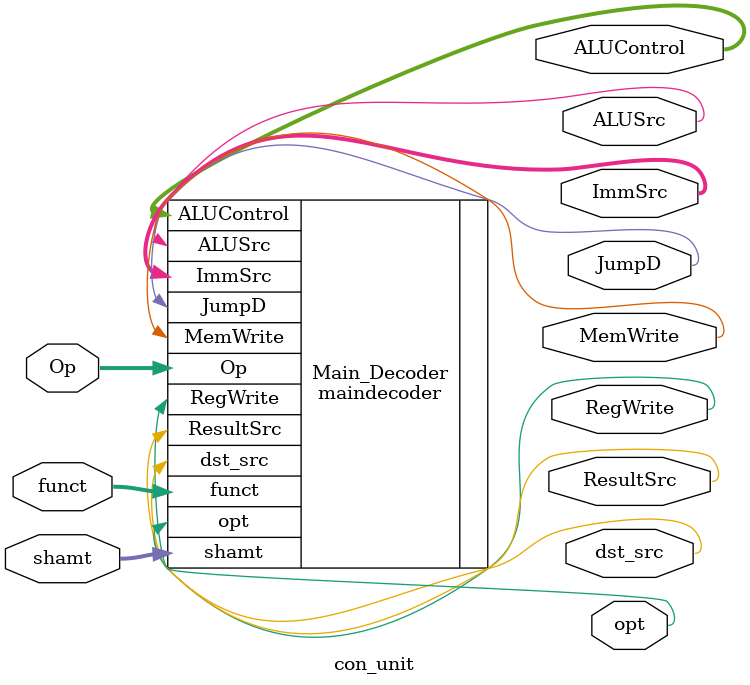
<source format=v>
`timescale 1ns / 1ps
module con_unit(Op,RegWrite,ImmSrc,ALUSrc,MemWrite,ResultSrc,JumpD,shamt,funct,ALUControl,dst_src,opt);

    input [5:0]Op;
    input [5:0]funct;
    input [4:0]shamt;
    output RegWrite,ALUSrc,MemWrite,ResultSrc,
            JumpD, dst_src,opt;
    output [1:0]ImmSrc;
    output [2:0]ALUControl;

   // wire [1:0]ALUOp;

    maindecoder Main_Decoder(
                .Op(Op),
                .RegWrite(RegWrite),
                .ImmSrc(ImmSrc),
                .MemWrite(MemWrite),
                .ResultSrc(ResultSrc),
                .JumpD(JumpD),
                .ALUSrc(ALUSrc),
                //.ALUOp(ALUOp)
                //.ALUOp(ALUOp),
                            .shamt(shamt),
                            .funct(funct),
                            //.op(Op),
                            .ALUControl(ALUControl),
                            .dst_src(dst_src),
                            .opt(opt)
    );

//    ALU_Decoder ALU_Decoder(
//                            .ALUOp(ALUOp),
//                            .funct3(shamt),
//                            .funct7(funct),
//                            .op(Op),
//                            .ALUControl(ALUControl)
//    );


endmodule
</source>
